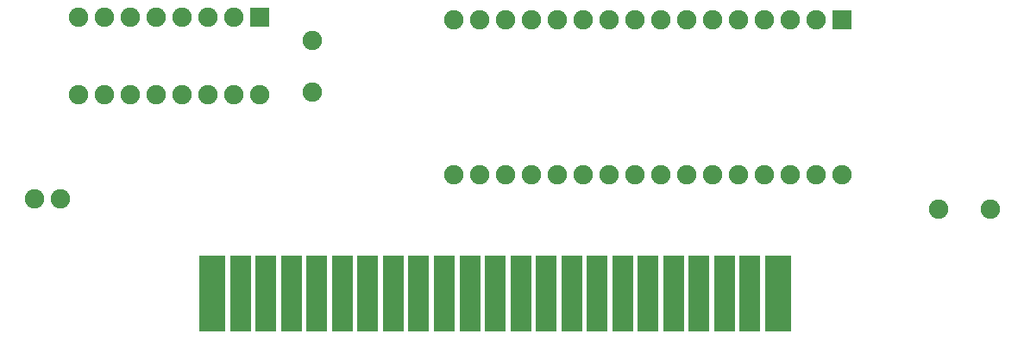
<source format=gts>
G04 (created by PCBNEW (2013-07-07 BZR 4022)-stable) date 27/01/2014 10:53:56*
%MOIN*%
G04 Gerber Fmt 3.4, Leading zero omitted, Abs format*
%FSLAX34Y34*%
G01*
G70*
G90*
G04 APERTURE LIST*
%ADD10C,0.00590551*%
%ADD11R,0.075X0.075*%
%ADD12C,0.075*%
%ADD13R,0.0791X0.2956*%
%ADD14R,0.0987X0.2956*%
G04 APERTURE END LIST*
G54D10*
G54D11*
X67343Y-39126D03*
G54D12*
X66343Y-39126D03*
X65343Y-39126D03*
X64343Y-39126D03*
X63343Y-39126D03*
X62343Y-39126D03*
X61343Y-39126D03*
X60343Y-39126D03*
X59343Y-39126D03*
X58343Y-39126D03*
X57343Y-39126D03*
X56343Y-39126D03*
X55343Y-39126D03*
X54343Y-39126D03*
X53343Y-39126D03*
X52343Y-39126D03*
X52343Y-45126D03*
X53343Y-45126D03*
X54343Y-45126D03*
X55343Y-45126D03*
X56343Y-45126D03*
X57343Y-45126D03*
X58343Y-45126D03*
X59343Y-45126D03*
X60343Y-45126D03*
X61343Y-45126D03*
X62343Y-45126D03*
X63343Y-45126D03*
X64343Y-45126D03*
X65343Y-45126D03*
X66343Y-45126D03*
X67343Y-45126D03*
G54D11*
X44839Y-39051D03*
G54D12*
X43839Y-39051D03*
X42839Y-39051D03*
X41839Y-39051D03*
X40839Y-39051D03*
X39839Y-39051D03*
X38839Y-39051D03*
X37839Y-39051D03*
X37839Y-42051D03*
X38839Y-42051D03*
X39839Y-42051D03*
X40839Y-42051D03*
X41839Y-42051D03*
X42839Y-42051D03*
X43839Y-42051D03*
X44839Y-42051D03*
X37114Y-46063D03*
X36114Y-46063D03*
G54D13*
X44091Y-49748D03*
X45075Y-49748D03*
X46059Y-49748D03*
X47043Y-49748D03*
X48028Y-49748D03*
X49012Y-49748D03*
X49996Y-49748D03*
X50980Y-49748D03*
X51965Y-49748D03*
X52949Y-49748D03*
X53933Y-49748D03*
X54917Y-49748D03*
X55902Y-49748D03*
X56886Y-49748D03*
X57870Y-49748D03*
X58854Y-49748D03*
X59839Y-49748D03*
X60823Y-49748D03*
X61807Y-49748D03*
X62791Y-49748D03*
X63776Y-49748D03*
G54D14*
X43008Y-49748D03*
X64858Y-49748D03*
X43008Y-49748D03*
G54D13*
X44091Y-49748D03*
X45075Y-49748D03*
X46059Y-49748D03*
X47043Y-49748D03*
X48028Y-49748D03*
X49012Y-49748D03*
X49996Y-49748D03*
X50980Y-49748D03*
X51965Y-49748D03*
X52949Y-49748D03*
X53933Y-49748D03*
X54917Y-49748D03*
X55902Y-49748D03*
X56886Y-49748D03*
X57870Y-49748D03*
X58854Y-49748D03*
X59839Y-49748D03*
X60823Y-49748D03*
X61807Y-49748D03*
X62791Y-49748D03*
X63776Y-49748D03*
G54D14*
X64858Y-49748D03*
G54D12*
X46850Y-41945D03*
X46850Y-39945D03*
X71047Y-46457D03*
X73047Y-46457D03*
M02*

</source>
